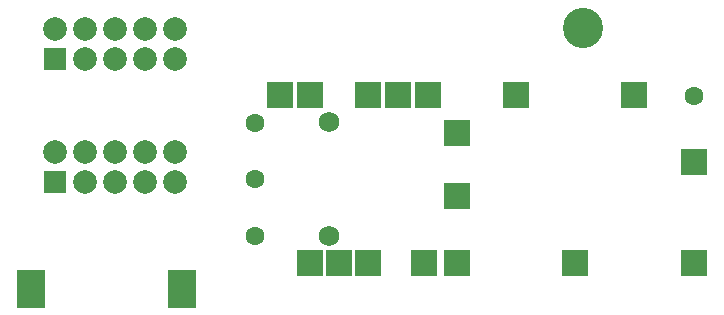
<source format=gbs>
%FSAX24Y24*%
%MOIN*%
G70*
G01*
G75*
G04 Layer_Color=16711935*
%ADD10R,0.0787X0.0197*%
%ADD11R,0.0354X0.0787*%
%ADD12R,0.0512X0.0433*%
%ADD13C,0.0200*%
%ADD14C,0.0100*%
%ADD15C,0.0551*%
%ADD16R,0.0787X0.0787*%
%ADD17C,0.0610*%
%ADD18C,0.0709*%
%ADD19R,0.0639X0.0639*%
%ADD20R,0.0866X0.1181*%
%ADD21C,0.1260*%
%ADD22C,0.0300*%
%ADD23C,0.0500*%
%ADD24C,0.0079*%
%ADD25C,0.0080*%
%ADD26R,0.0867X0.0277*%
%ADD27R,0.0434X0.0867*%
%ADD28R,0.0592X0.0513*%
%ADD29C,0.0631*%
%ADD30R,0.0867X0.0867*%
%ADD31C,0.0690*%
%ADD32C,0.0789*%
%ADD33R,0.0719X0.0719*%
%ADD34R,0.0946X0.1261*%
%ADD35C,0.1340*%
D29*
X045700Y025450D02*
D03*
X060321Y030121D02*
D03*
X045700Y029230D02*
D03*
Y027340D02*
D03*
D30*
X051454Y030150D02*
D03*
X048500Y024540D02*
D03*
X052440D02*
D03*
X056380D02*
D03*
X049480D02*
D03*
X051330D02*
D03*
X060320D02*
D03*
X052440Y026780D02*
D03*
Y028900D02*
D03*
X054410Y030150D02*
D03*
X058350D02*
D03*
X060320Y027920D02*
D03*
X050470Y030150D02*
D03*
X049480D02*
D03*
X047520D02*
D03*
X046530D02*
D03*
X047520Y024540D02*
D03*
D31*
X048175Y025465D02*
D03*
X048156Y029255D02*
D03*
D32*
X039050Y028250D02*
D03*
X040050D02*
D03*
X041050D02*
D03*
X042050D02*
D03*
X043050D02*
D03*
Y027250D02*
D03*
X042050D02*
D03*
X041050D02*
D03*
X040050D02*
D03*
X039050Y032350D02*
D03*
X040050D02*
D03*
X041050D02*
D03*
X042050D02*
D03*
X043050D02*
D03*
Y031350D02*
D03*
X042050D02*
D03*
X041050D02*
D03*
X040050D02*
D03*
D33*
X039050Y027250D02*
D03*
Y031350D02*
D03*
D34*
X038250Y023700D02*
D03*
X043270D02*
D03*
D35*
X056650Y032400D02*
D03*
M02*

</source>
